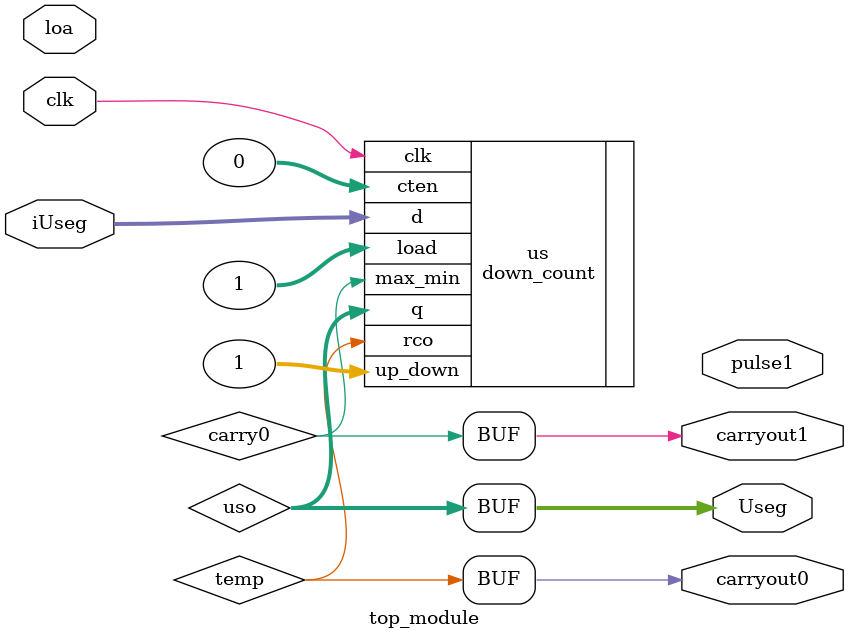
<source format=v>

module top_module (
    input wire clk,
    input [3:0] iUseg,
	// input [3:0] iDseg,
	 input loa,
    output wire [3:0] Useg,
    //output wire [3:0] Dseg,
	 output carryout0,
	output carryout1,
	 output pulse1
);
    wire clk_1hz;
    wire [3:0] uso, umo, dso, dmo;
	 wire carry0, carry1, carry2, carry3;
	 
    // Instanciação dos módulos
// clk,load, d, up_down, cten, q, rco, max_min

    /*	freq_1 divisor (
        .clk(clk),
        .clk_out(clk_1hz)
    );
	 
	//load 1, cten 0, up_down 1
	// gatilho (.clk, .shift_in, .reset, .q, .stop)*/

//gatilho g (.clk(clk), .reset(1), .stop(pulse1));
	//not (n0, pulse1);

	
    down_count us (
        .clk(clk),
        .load(1),
        .d(iUseg),
        .up_down(1),
        .cten(0),
        .q(uso),
		  .rco(temp),
		  .max_min(carry0)
    );
	 
	 assign Useg = uso;
	 wire temp;
	 assign carryout0 = temp;
	 assign carryout1 = carry0;
	 
	/*  assign Useg = uso;
	
    down_count ds (
        .clk(carry0),
        .load(pulse1),
        .d(iDseg),
        .up_down(1),
        .cten(0),
        .q(dso),
		  .rco(),
		  .max_min(carry1)
    );
	 
	 assign Dseg = dso;
	
   down_count um (
        .clk(clk_1hz),
        .load(1),
        .d(1001),
        .up_down(1),
        .cten(0),
        .q(umo),
		  .rco(),
		  .max_min(carry2)
    );
	 
	 down_count dm (
        .clk(clk_1hz),
        .load(1),
        .d(0010),
        .up_down(1),
        .cten(0),
        .q(dmo),
		  .rco(),
		  .max_min(carry3)
    ); 
	 */
endmodule

</source>
